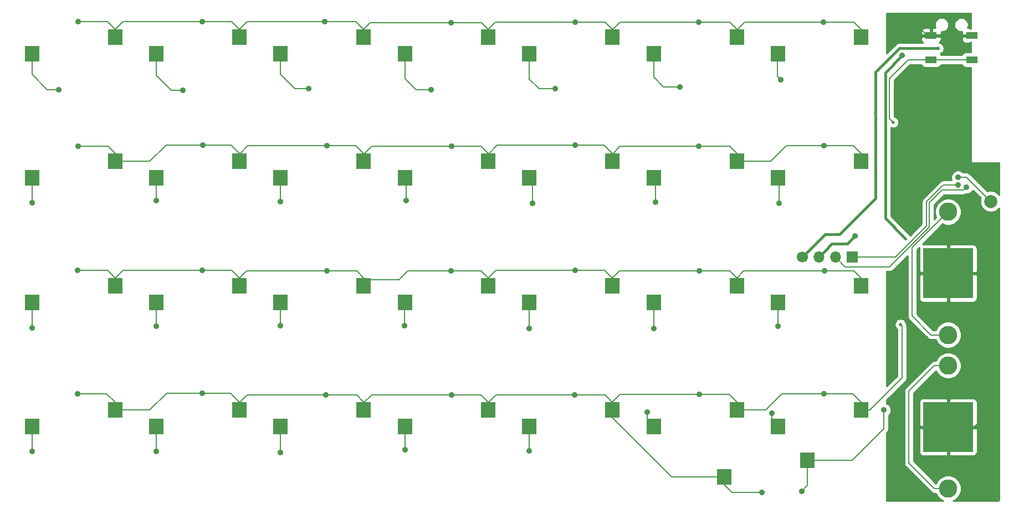
<source format=gbl>
G04 #@! TF.GenerationSoftware,KiCad,Pcbnew,(5.1.6)-1*
G04 #@! TF.CreationDate,2020-05-31T11:49:10+09:00*
G04 #@! TF.ProjectId,7x4x2-pcb,37783478-322d-4706-9362-2e6b69636164,rev?*
G04 #@! TF.SameCoordinates,PX2faf080PY2faf080*
G04 #@! TF.FileFunction,Copper,L2,Bot*
G04 #@! TF.FilePolarity,Positive*
%FSLAX46Y46*%
G04 Gerber Fmt 4.6, Leading zero omitted, Abs format (unit mm)*
G04 Created by KiCad (PCBNEW (5.1.6)-1) date 2020-05-31 11:49:10*
%MOMM*%
%LPD*%
G01*
G04 APERTURE LIST*
G04 #@! TA.AperFunction,SMDPad,CuDef*
%ADD10R,2.300000X2.400000*%
G04 #@! TD*
G04 #@! TA.AperFunction,SMDPad,CuDef*
%ADD11R,7.600000X7.600000*%
G04 #@! TD*
G04 #@! TA.AperFunction,ComponentPad*
%ADD12C,2.800000*%
G04 #@! TD*
G04 #@! TA.AperFunction,SMDPad,CuDef*
%ADD13R,1.800000X1.100000*%
G04 #@! TD*
G04 #@! TA.AperFunction,SMDPad,CuDef*
%ADD14C,2.000000*%
G04 #@! TD*
G04 #@! TA.AperFunction,ComponentPad*
%ADD15R,1.700000X1.700000*%
G04 #@! TD*
G04 #@! TA.AperFunction,ComponentPad*
%ADD16O,1.700000X1.700000*%
G04 #@! TD*
G04 #@! TA.AperFunction,ComponentPad*
%ADD17C,1.700000*%
G04 #@! TD*
G04 #@! TA.AperFunction,ViaPad*
%ADD18C,0.900000*%
G04 #@! TD*
G04 #@! TA.AperFunction,ViaPad*
%ADD19C,0.500000*%
G04 #@! TD*
G04 #@! TA.AperFunction,Conductor*
%ADD20C,0.200000*%
G04 #@! TD*
G04 #@! TA.AperFunction,Conductor*
%ADD21C,0.400000*%
G04 #@! TD*
G04 #@! TA.AperFunction,Conductor*
%ADD22C,0.254000*%
G04 #@! TD*
G04 APERTURE END LIST*
D10*
X110701001Y-97475521D03*
X123401001Y-94935521D03*
D11*
X144901001Y-66355521D03*
D12*
X144901001Y-75755521D03*
X144901001Y-56955521D03*
D11*
X144901001Y-89855521D03*
D12*
X144901001Y-99255521D03*
X144901001Y-80455521D03*
D10*
X131601001Y-87235521D03*
X118901001Y-89775521D03*
X112601001Y-87235521D03*
X99901001Y-89775521D03*
X93601001Y-87235521D03*
X80901001Y-89775521D03*
X74601001Y-87235521D03*
X61901001Y-89775521D03*
X55601001Y-87235521D03*
X42901001Y-89775521D03*
X36601001Y-87235521D03*
X23901001Y-89775521D03*
X17601001Y-87235521D03*
X4901001Y-89775521D03*
X131601001Y-68235521D03*
X118901001Y-70775521D03*
X112601001Y-68235521D03*
X99901001Y-70775521D03*
X93601001Y-68235521D03*
X80901001Y-70775521D03*
X74601001Y-68235521D03*
X61901001Y-70775521D03*
X55601001Y-68235521D03*
X42901001Y-70775521D03*
X36601001Y-68235521D03*
X23901001Y-70775521D03*
X17601001Y-68235521D03*
X4901001Y-70775521D03*
X131601001Y-49235521D03*
X118901001Y-51775521D03*
X112601001Y-49235521D03*
X99901001Y-51775521D03*
X93601001Y-49235521D03*
X80901001Y-51775521D03*
X74601001Y-49235521D03*
X61901001Y-51775521D03*
X55601001Y-49235521D03*
X42901001Y-51775521D03*
X36601001Y-49235521D03*
X23901001Y-51775521D03*
X17601001Y-49235521D03*
X4901001Y-51775521D03*
X131601001Y-30235521D03*
X118901001Y-32775521D03*
X112601001Y-30235521D03*
X99901001Y-32775521D03*
X93601001Y-30235521D03*
X80901001Y-32775521D03*
X74601001Y-30235521D03*
X61901001Y-32775521D03*
X55601001Y-30235521D03*
X42901001Y-32775521D03*
X36601001Y-30235521D03*
X23901001Y-32775521D03*
X17601001Y-30235521D03*
X4901001Y-32775521D03*
D13*
X142301001Y-33705521D03*
X148501001Y-33705521D03*
X142301001Y-30005521D03*
X148501001Y-30005521D03*
D14*
X151401001Y-55355521D03*
D15*
X130221001Y-63855521D03*
D16*
X127681001Y-63855521D03*
X125141001Y-63855521D03*
D17*
X122601001Y-63855521D03*
D18*
X139801001Y-28155521D03*
X138601001Y-38905620D03*
X147801001Y-37955521D03*
X130701001Y-60655521D03*
X138101001Y-49855521D03*
X139901001Y-59355521D03*
X151401001Y-82355521D03*
X151401001Y-71855521D03*
D19*
X133801001Y-41755521D03*
X143401001Y-31955511D03*
D18*
X147701001Y-53155521D03*
X146401001Y-52855521D03*
X137901001Y-33055521D03*
D19*
X138401001Y-61055521D03*
D18*
X146401001Y-51655521D03*
D19*
X136501001Y-43255521D03*
D18*
X9001001Y-38255521D03*
X28001001Y-38355521D03*
X47201001Y-38155521D03*
X65901001Y-38255521D03*
X84901001Y-38155521D03*
X4901001Y-55555521D03*
X23901001Y-55255521D03*
X42901001Y-55355521D03*
X62101001Y-55255521D03*
X81401001Y-55655521D03*
X100201001Y-55455521D03*
X103901001Y-37855521D03*
X119301001Y-36755521D03*
X119101001Y-55655521D03*
X4901001Y-74655521D03*
X23901001Y-74455521D03*
X42901001Y-74355521D03*
X61801001Y-74355521D03*
X80901001Y-74755521D03*
X99901001Y-74755521D03*
X118901001Y-74455521D03*
X4901001Y-93555521D03*
X23901001Y-93555521D03*
X42901001Y-93755521D03*
X61901001Y-93355521D03*
X80901001Y-93455521D03*
X98901001Y-87555521D03*
X122501001Y-99655521D03*
X135101001Y-87255521D03*
X118001001Y-87755521D03*
X12001001Y-27855521D03*
X30901001Y-27855521D03*
X49601001Y-27855521D03*
X68901001Y-28055521D03*
X87901001Y-27955521D03*
X106801001Y-27955521D03*
X125801001Y-27955521D03*
X12001001Y-46955521D03*
X31001001Y-46755521D03*
X50001001Y-46855521D03*
X69001001Y-46955521D03*
X87901001Y-46755521D03*
X106801001Y-46955521D03*
X125901001Y-46855521D03*
X126001001Y-65955521D03*
X106901001Y-65955521D03*
X87901001Y-65855521D03*
X68901001Y-65955521D03*
X50001001Y-65955521D03*
X30901001Y-65855521D03*
X11901001Y-65855521D03*
X11901001Y-84755521D03*
X30901001Y-84655521D03*
X125901001Y-84755521D03*
X106901001Y-84855521D03*
X87801001Y-84955521D03*
X69001001Y-84955521D03*
X49801001Y-84955521D03*
X116401001Y-99855521D03*
D19*
X137600991Y-74155521D03*
D20*
X141651001Y-30005521D02*
X142301001Y-30005521D01*
X139801001Y-28155521D02*
X141651001Y-30005521D01*
D21*
X137701001Y-49455521D02*
X138101001Y-49855521D01*
X138601001Y-38905620D02*
X137701001Y-39805620D01*
X137701001Y-39805620D02*
X137701001Y-49455521D01*
X127141001Y-61855521D02*
X125991000Y-63005522D01*
X125991000Y-63005522D02*
X125141001Y-63855521D01*
X130701001Y-60655521D02*
X129501001Y-61855521D01*
X129501001Y-61855521D02*
X127141001Y-61855521D01*
X138101001Y-49855521D02*
X138101001Y-57555521D01*
X138101001Y-57555521D02*
X139901001Y-59355521D01*
D20*
X148901001Y-89855521D02*
X144901001Y-89855521D01*
X151401001Y-87355521D02*
X148901001Y-89855521D01*
X151401001Y-82355521D02*
X151401001Y-87355521D01*
X146401001Y-71855521D02*
X151401001Y-71855521D01*
X144901001Y-66355521D02*
X144901001Y-70355521D01*
X144901001Y-70355521D02*
X146401001Y-71855521D01*
D21*
X147301001Y-37355521D02*
X147901001Y-37955521D01*
X138601001Y-38905620D02*
X140151100Y-37355521D01*
X140151100Y-37355521D02*
X147301001Y-37355521D01*
X133801001Y-41755521D02*
X133801001Y-35597517D01*
X143047448Y-31955511D02*
X143401001Y-31955511D01*
X133801001Y-35597517D02*
X137443007Y-31955511D01*
X137443007Y-31955511D02*
X143047448Y-31955511D01*
X133801001Y-42109074D02*
X133801001Y-41755521D01*
X133801001Y-54855521D02*
X133801001Y-42109074D01*
X128301001Y-60355521D02*
X133801001Y-54855521D01*
X122601001Y-63855521D02*
X126101001Y-60355521D01*
X126101001Y-60355521D02*
X128301001Y-60355521D01*
D20*
X147251002Y-53605520D02*
X147701001Y-53155521D01*
X129181001Y-65355521D02*
X135935301Y-65355521D01*
X147250999Y-53605523D02*
X147251002Y-53605520D01*
X142001002Y-59289820D02*
X142001002Y-55555520D01*
X143950999Y-53605523D02*
X147250999Y-53605523D01*
X142001002Y-55555520D02*
X143950999Y-53605523D01*
X127681001Y-63855521D02*
X129181001Y-65355521D01*
X135935301Y-65355521D02*
X142001002Y-59289820D01*
X141600991Y-59124131D02*
X141600991Y-55389831D01*
X136869601Y-63855521D02*
X141600991Y-59124131D01*
X130221001Y-63855521D02*
X136869601Y-63855521D01*
X144135301Y-52855521D02*
X145764605Y-52855521D01*
X141600991Y-55389831D02*
X144135301Y-52855521D01*
X145764605Y-52855521D02*
X146401001Y-52855521D01*
D21*
X137901001Y-33055521D02*
X135300991Y-35655531D01*
X135300991Y-35655531D02*
X135300991Y-57955511D01*
X135300991Y-57955511D02*
X138151002Y-60805522D01*
X138151002Y-60805522D02*
X138401001Y-61055521D01*
D20*
X144401001Y-99255521D02*
X144901001Y-99755521D01*
X142801001Y-99255521D02*
X144401001Y-99255521D01*
X144401001Y-80455521D02*
X142801001Y-80455521D01*
X138901001Y-95355521D02*
X142801001Y-99255521D01*
X144901001Y-79955521D02*
X144401001Y-80455521D01*
X142801001Y-80455521D02*
X138901001Y-84355521D01*
X138901001Y-84355521D02*
X138901001Y-95355521D01*
X144401001Y-75755521D02*
X144901001Y-76255521D01*
X139401001Y-72855521D02*
X142301001Y-75755521D01*
X144901001Y-56955521D02*
X139401001Y-62455521D01*
X144901001Y-56455521D02*
X144901001Y-56955521D01*
X142301001Y-75755521D02*
X144401001Y-75755521D01*
X139401001Y-62455521D02*
X139401001Y-72855521D01*
X147701001Y-51655521D02*
X151401001Y-55355521D01*
X146401001Y-51655521D02*
X147701001Y-51655521D01*
X148501001Y-33705521D02*
X142301001Y-33705521D01*
X135901001Y-42655521D02*
X136501001Y-43255521D01*
X135901001Y-36555521D02*
X135901001Y-42655521D01*
X142301001Y-33705521D02*
X138751001Y-33705521D01*
X138751001Y-33705521D02*
X135901001Y-36555521D01*
X4901001Y-35955521D02*
X4901001Y-33975521D01*
X9001001Y-38255521D02*
X7201001Y-38255521D01*
X4901001Y-33975521D02*
X4901001Y-32775521D01*
X7201001Y-38255521D02*
X4901001Y-35955521D01*
X23901001Y-36055521D02*
X23901001Y-33975521D01*
X28001001Y-38355521D02*
X26201001Y-38355521D01*
X23901001Y-33975521D02*
X23901001Y-32775521D01*
X26201001Y-38355521D02*
X23901001Y-36055521D01*
X42901001Y-33975521D02*
X42901001Y-32775521D01*
X42901001Y-35955521D02*
X42901001Y-33975521D01*
X47201001Y-38155521D02*
X45101001Y-38155521D01*
X45101001Y-38155521D02*
X42901001Y-35955521D01*
X65901001Y-38255521D02*
X63601001Y-38255521D01*
X61901001Y-36555521D02*
X61901001Y-32775521D01*
X63601001Y-38255521D02*
X61901001Y-36555521D01*
X84901001Y-38155521D02*
X82401001Y-38155521D01*
X80901001Y-36655521D02*
X80901001Y-32775521D01*
X82401001Y-38155521D02*
X80901001Y-36655521D01*
X4901001Y-54919125D02*
X4901001Y-51775521D01*
X4901001Y-55555521D02*
X4901001Y-54919125D01*
X23901001Y-54619125D02*
X23901001Y-51775521D01*
X23901001Y-55255521D02*
X23901001Y-54619125D01*
X42901001Y-54719125D02*
X42901001Y-51775521D01*
X42901001Y-55355521D02*
X42901001Y-54719125D01*
X62101001Y-51975521D02*
X61901001Y-51775521D01*
X62101001Y-55255521D02*
X62101001Y-51975521D01*
X81401001Y-52275521D02*
X80901001Y-51775521D01*
X81401001Y-55655521D02*
X81401001Y-52275521D01*
X100201001Y-52075521D02*
X99901001Y-51775521D01*
X100201001Y-55455521D02*
X100201001Y-52075521D01*
X99901001Y-32775521D02*
X99901001Y-36355521D01*
X101401001Y-37855521D02*
X103264605Y-37855521D01*
X103264605Y-37855521D02*
X103901001Y-37855521D01*
X99901001Y-36355521D02*
X101401001Y-37855521D01*
X118801001Y-32875521D02*
X118901001Y-32775521D01*
X119301001Y-36755521D02*
X118801001Y-36255521D01*
X118801001Y-36255521D02*
X118801001Y-32875521D01*
X119101001Y-51975521D02*
X118901001Y-51775521D01*
X119101001Y-55655521D02*
X119101001Y-51975521D01*
X4901001Y-74019125D02*
X4901001Y-70775521D01*
X4901001Y-74655521D02*
X4901001Y-74019125D01*
X23901001Y-74455521D02*
X23901001Y-70775521D01*
X42901001Y-73719125D02*
X42901001Y-70775521D01*
X42901001Y-74355521D02*
X42901001Y-73719125D01*
X61801001Y-70875521D02*
X61901001Y-70775521D01*
X61801001Y-74355521D02*
X61801001Y-70875521D01*
X80901001Y-74755521D02*
X80901001Y-70775521D01*
X99901001Y-74119125D02*
X99901001Y-70775521D01*
X99901001Y-74755521D02*
X99901001Y-74119125D01*
X118901001Y-74455521D02*
X118901001Y-70775521D01*
X4901001Y-93555521D02*
X4901001Y-89775521D01*
X23901001Y-93555521D02*
X23901001Y-89775521D01*
X42901001Y-93755521D02*
X42901001Y-89775521D01*
X61901001Y-92719125D02*
X61901001Y-89775521D01*
X61901001Y-93355521D02*
X61901001Y-92719125D01*
X80901001Y-93455521D02*
X80901001Y-89775521D01*
X98901001Y-88775521D02*
X99901001Y-89775521D01*
X98901001Y-87555521D02*
X98901001Y-88775521D01*
X123401001Y-98755521D02*
X123401001Y-94935521D01*
X122501001Y-99655521D02*
X123401001Y-98755521D01*
X135101001Y-90085523D02*
X135101001Y-87255521D01*
X123401001Y-94935521D02*
X130251003Y-94935521D01*
X130251003Y-94935521D02*
X135101001Y-90085523D01*
X118001001Y-88875521D02*
X118901001Y-89775521D01*
X118001001Y-87755521D02*
X118001001Y-88875521D01*
X16421001Y-27855521D02*
X12001001Y-27855521D01*
X17601001Y-29035521D02*
X16421001Y-27855521D01*
X35421001Y-27855521D02*
X30901001Y-27855521D01*
X36601001Y-29035521D02*
X35421001Y-27855521D01*
X54421001Y-27855521D02*
X49601001Y-27855521D01*
X55601001Y-29035521D02*
X54421001Y-27855521D01*
X73621001Y-28055521D02*
X68901001Y-28055521D01*
X74601001Y-29035521D02*
X73621001Y-28055521D01*
X92521001Y-27955521D02*
X87901001Y-27955521D01*
X93601001Y-30235521D02*
X93601001Y-29035521D01*
X93601001Y-29035521D02*
X92521001Y-27955521D01*
X111521001Y-27955521D02*
X106801001Y-27955521D01*
X112601001Y-30235521D02*
X112601001Y-29035521D01*
X112601001Y-29035521D02*
X111521001Y-27955521D01*
X130521001Y-27955521D02*
X125801001Y-27955521D01*
X131601001Y-30235521D02*
X131601001Y-29035521D01*
X131601001Y-29035521D02*
X130521001Y-27955521D01*
X17601001Y-48035521D02*
X17601001Y-49235521D01*
X16521001Y-46955521D02*
X17601001Y-48035521D01*
X12001001Y-46955521D02*
X16521001Y-46955521D01*
X36601001Y-48035521D02*
X36601001Y-49235521D01*
X35321001Y-46755521D02*
X36601001Y-48035521D01*
X31001001Y-46755521D02*
X35321001Y-46755521D01*
X55601001Y-48035521D02*
X55601001Y-49235521D01*
X54421001Y-46855521D02*
X55601001Y-48035521D01*
X50001001Y-46855521D02*
X54421001Y-46855521D01*
X73521001Y-46955521D02*
X69001001Y-46955521D01*
X74601001Y-49235521D02*
X74601001Y-48035521D01*
X74601001Y-48035521D02*
X73521001Y-46955521D01*
X92321001Y-46755521D02*
X87901001Y-46755521D01*
X93601001Y-49235521D02*
X93601001Y-48035521D01*
X93601001Y-48035521D02*
X92321001Y-46755521D01*
X111521001Y-46955521D02*
X106801001Y-46955521D01*
X112601001Y-49235521D02*
X112601001Y-48035521D01*
X112601001Y-48035521D02*
X111521001Y-46955521D01*
X130421001Y-46855521D02*
X125901001Y-46855521D01*
X131601001Y-49235521D02*
X131601001Y-48035521D01*
X131601001Y-48035521D02*
X130421001Y-46855521D01*
X17601001Y-49235521D02*
X22921001Y-49235521D01*
X25401001Y-46755521D02*
X31001001Y-46755521D01*
X22921001Y-49235521D02*
X25401001Y-46755521D01*
X112601001Y-49235521D02*
X117821001Y-49235521D01*
X120201001Y-46855521D02*
X125901001Y-46855521D01*
X117821001Y-49235521D02*
X120201001Y-46855521D01*
X130521001Y-65955521D02*
X126001001Y-65955521D01*
X131601001Y-68235521D02*
X131601001Y-67035521D01*
X131601001Y-67035521D02*
X130521001Y-65955521D01*
X112601001Y-67035521D02*
X112601001Y-68235521D01*
X113681001Y-65955521D02*
X112601001Y-67035521D01*
X126001001Y-65955521D02*
X113681001Y-65955521D01*
X112601001Y-67035521D02*
X111521001Y-65955521D01*
X111521001Y-65955521D02*
X106901001Y-65955521D01*
X93601001Y-67035521D02*
X93601001Y-68235521D01*
X94681001Y-65955521D02*
X93601001Y-67035521D01*
X106901001Y-65955521D02*
X94681001Y-65955521D01*
X93601001Y-67035521D02*
X92421001Y-65855521D01*
X92421001Y-65855521D02*
X87901001Y-65855521D01*
X74601001Y-67035521D02*
X74601001Y-68235521D01*
X75781001Y-65855521D02*
X74601001Y-67035521D01*
X87901001Y-65855521D02*
X75781001Y-65855521D01*
X74601001Y-67035521D02*
X73521001Y-65955521D01*
X73521001Y-65955521D02*
X68901001Y-65955521D01*
X54521001Y-65955521D02*
X50001001Y-65955521D01*
X55601001Y-68235521D02*
X55601001Y-67035521D01*
X55601001Y-67035521D02*
X54521001Y-65955521D01*
X36601001Y-67035521D02*
X36601001Y-68235521D01*
X37681001Y-65955521D02*
X36601001Y-67035521D01*
X50001001Y-65955521D02*
X37681001Y-65955521D01*
X36601001Y-67035521D02*
X35421001Y-65855521D01*
X35421001Y-65855521D02*
X30901001Y-65855521D01*
X18781001Y-65855521D02*
X17601001Y-67035521D01*
X17601001Y-67035521D02*
X17601001Y-68235521D01*
X30901001Y-65855521D02*
X18781001Y-65855521D01*
X17601001Y-67035521D02*
X16421001Y-65855521D01*
X16421001Y-65855521D02*
X11901001Y-65855521D01*
X17601001Y-86035521D02*
X17601001Y-87235521D01*
X16321001Y-84755521D02*
X17601001Y-86035521D01*
X11901001Y-84755521D02*
X16321001Y-84755521D01*
X17601001Y-87235521D02*
X22921001Y-87235521D01*
X22921001Y-87235521D02*
X25501001Y-84655521D01*
X25501001Y-84655521D02*
X30901001Y-84655521D01*
X35221001Y-84655521D02*
X31537397Y-84655521D01*
X31537397Y-84655521D02*
X30901001Y-84655521D01*
X36601001Y-86035521D02*
X35221001Y-84655521D01*
X36601001Y-87235521D02*
X36601001Y-86035521D01*
X130321001Y-84755521D02*
X125901001Y-84755521D01*
X131601001Y-87235521D02*
X131601001Y-86035521D01*
X131601001Y-86035521D02*
X130321001Y-84755521D01*
X111421001Y-84855521D02*
X106901001Y-84855521D01*
X112601001Y-87235521D02*
X112601001Y-86035521D01*
X112601001Y-86035521D02*
X111421001Y-84855521D01*
X92521001Y-84955521D02*
X87801001Y-84955521D01*
X93601001Y-86035521D02*
X92521001Y-84955521D01*
X73521001Y-84955521D02*
X69001001Y-84955521D01*
X74601001Y-87235521D02*
X74601001Y-86035521D01*
X74601001Y-86035521D02*
X73521001Y-84955521D01*
X54521001Y-84955521D02*
X49801001Y-84955521D01*
X55601001Y-87235521D02*
X55601001Y-86035521D01*
X55601001Y-86035521D02*
X54521001Y-84955521D01*
X94781001Y-84855521D02*
X106264605Y-84855521D01*
X106264605Y-84855521D02*
X106901001Y-84855521D01*
X93601001Y-86035521D02*
X94781001Y-84855521D01*
X93601001Y-87235521D02*
X93601001Y-86035521D01*
X112601001Y-87235521D02*
X117021001Y-87235521D01*
X119501001Y-84755521D02*
X125901001Y-84755521D01*
X117021001Y-87235521D02*
X119501001Y-84755521D01*
X111881001Y-99855521D02*
X116401001Y-99855521D01*
X110701001Y-97475521D02*
X110701001Y-98675521D01*
X110701001Y-98675521D02*
X111881001Y-99855521D01*
X102641001Y-97475521D02*
X109351001Y-97475521D01*
X109351001Y-97475521D02*
X110701001Y-97475521D01*
X93601001Y-88435521D02*
X102641001Y-97475521D01*
X93601001Y-87235521D02*
X93601001Y-88435521D01*
X137850990Y-74405520D02*
X137600991Y-74155521D01*
X131601001Y-87235521D02*
X132951001Y-87235521D01*
X132951001Y-87235521D02*
X137850990Y-82335532D01*
X137850990Y-82335532D02*
X137850990Y-74405520D01*
X74601001Y-29035521D02*
X74601001Y-30235521D01*
X75681001Y-27955521D02*
X74601001Y-29035521D01*
X87901001Y-27955521D02*
X75681001Y-27955521D01*
X55601001Y-29035521D02*
X55601001Y-30235521D01*
X56581001Y-28055521D02*
X55601001Y-29035521D01*
X68901001Y-28055521D02*
X56581001Y-28055521D01*
X36601001Y-29035521D02*
X36601001Y-30235521D01*
X37781001Y-27855521D02*
X36601001Y-29035521D01*
X49601001Y-27855521D02*
X37781001Y-27855521D01*
X17601001Y-29035521D02*
X17601001Y-30235521D01*
X18781001Y-27855521D02*
X17601001Y-29035521D01*
X30901001Y-27855521D02*
X18781001Y-27855521D01*
X125164605Y-27955521D02*
X125801001Y-27955521D01*
X113801001Y-27955521D02*
X125164605Y-27955521D01*
X112601001Y-30235521D02*
X112601001Y-29155521D01*
X112601001Y-29155521D02*
X113801001Y-27955521D01*
X106164605Y-27955521D02*
X106801001Y-27955521D01*
X94801001Y-27955521D02*
X106164605Y-27955521D01*
X93601001Y-30235521D02*
X93601001Y-29155521D01*
X93601001Y-29155521D02*
X94801001Y-27955521D01*
X55601001Y-49235521D02*
X55601001Y-48155521D01*
X56801001Y-46955521D02*
X69001001Y-46955521D01*
X55601001Y-48155521D02*
X56801001Y-46955521D01*
X76001001Y-46755521D02*
X87901001Y-46755521D01*
X74601001Y-49235521D02*
X74601001Y-48155521D01*
X74601001Y-48155521D02*
X76001001Y-46755521D01*
X37901001Y-46855521D02*
X50001001Y-46855521D01*
X36601001Y-49235521D02*
X36601001Y-48155521D01*
X36601001Y-48155521D02*
X37901001Y-46855521D01*
X37766001Y-84955521D02*
X49164605Y-84955521D01*
X49164605Y-84955521D02*
X49801001Y-84955521D01*
X36601001Y-87235521D02*
X36601001Y-86120521D01*
X36601001Y-86120521D02*
X37766001Y-84955521D01*
X68364605Y-84955521D02*
X69001001Y-84955521D01*
X55601001Y-87235521D02*
X55601001Y-86155521D01*
X56801001Y-84955521D02*
X68364605Y-84955521D01*
X55601001Y-86155521D02*
X56801001Y-84955521D01*
X87164605Y-84955521D02*
X87801001Y-84955521D01*
X75801001Y-84955521D02*
X87164605Y-84955521D01*
X74601001Y-87235521D02*
X74601001Y-86155521D01*
X74601001Y-86155521D02*
X75801001Y-84955521D01*
X94801001Y-46955521D02*
X106801001Y-46955521D01*
X93601001Y-49235521D02*
X93601001Y-48155521D01*
X93601001Y-48155521D02*
X94801001Y-46955521D01*
X60964002Y-67355521D02*
X55801001Y-67355521D01*
X55801001Y-67355521D02*
X55601001Y-67155521D01*
X68901001Y-65955521D02*
X62364002Y-65955521D01*
X55601001Y-67155521D02*
X55601001Y-68235521D01*
X62364002Y-65955521D02*
X60964002Y-67355521D01*
D22*
G36*
X149845179Y-54839146D02*
G01*
X149828833Y-54878609D01*
X149766001Y-55194488D01*
X149766001Y-55516554D01*
X149828833Y-55832433D01*
X149952083Y-56129984D01*
X150131014Y-56397773D01*
X150358749Y-56625508D01*
X150626538Y-56804439D01*
X150924089Y-56927689D01*
X151239968Y-56990521D01*
X151562034Y-56990521D01*
X151877913Y-56927689D01*
X152175464Y-56804439D01*
X152443253Y-56625508D01*
X152670988Y-56397773D01*
X152691002Y-56367821D01*
X152691001Y-100820800D01*
X152682139Y-100911185D01*
X152665971Y-100964735D01*
X152639713Y-101014118D01*
X152604358Y-101057468D01*
X152561262Y-101093120D01*
X152512064Y-101119722D01*
X152458626Y-101136263D01*
X152370546Y-101145521D01*
X145655848Y-101145521D01*
X145864935Y-101058914D01*
X146198238Y-100836208D01*
X146481688Y-100552758D01*
X146704394Y-100219455D01*
X146857797Y-99849108D01*
X146936001Y-99455951D01*
X146936001Y-99055091D01*
X146857797Y-98661934D01*
X146704394Y-98291587D01*
X146481688Y-97958284D01*
X146198238Y-97674834D01*
X145864935Y-97452128D01*
X145494588Y-97298725D01*
X145101431Y-97220521D01*
X144700571Y-97220521D01*
X144307414Y-97298725D01*
X143937067Y-97452128D01*
X143603764Y-97674834D01*
X143320314Y-97958284D01*
X143097608Y-98291587D01*
X143032851Y-98447924D01*
X139636001Y-95051075D01*
X139636001Y-93655521D01*
X140462929Y-93655521D01*
X140475189Y-93780003D01*
X140511499Y-93899701D01*
X140570464Y-94010015D01*
X140649816Y-94106706D01*
X140746507Y-94186058D01*
X140856821Y-94245023D01*
X140976519Y-94281333D01*
X141101001Y-94293593D01*
X144615251Y-94290521D01*
X144774001Y-94131771D01*
X144774001Y-89982521D01*
X145028001Y-89982521D01*
X145028001Y-94131771D01*
X145186751Y-94290521D01*
X148701001Y-94293593D01*
X148825483Y-94281333D01*
X148945181Y-94245023D01*
X149055495Y-94186058D01*
X149152186Y-94106706D01*
X149231538Y-94010015D01*
X149290503Y-93899701D01*
X149326813Y-93780003D01*
X149339073Y-93655521D01*
X149336001Y-90141271D01*
X149177251Y-89982521D01*
X145028001Y-89982521D01*
X144774001Y-89982521D01*
X140624751Y-89982521D01*
X140466001Y-90141271D01*
X140462929Y-93655521D01*
X139636001Y-93655521D01*
X139636001Y-86055521D01*
X140462929Y-86055521D01*
X140466001Y-89569771D01*
X140624751Y-89728521D01*
X144774001Y-89728521D01*
X144774001Y-85579271D01*
X145028001Y-85579271D01*
X145028001Y-89728521D01*
X149177251Y-89728521D01*
X149336001Y-89569771D01*
X149339073Y-86055521D01*
X149326813Y-85931039D01*
X149290503Y-85811341D01*
X149231538Y-85701027D01*
X149152186Y-85604336D01*
X149055495Y-85524984D01*
X148945181Y-85466019D01*
X148825483Y-85429709D01*
X148701001Y-85417449D01*
X145186751Y-85420521D01*
X145028001Y-85579271D01*
X144774001Y-85579271D01*
X144615251Y-85420521D01*
X141101001Y-85417449D01*
X140976519Y-85429709D01*
X140856821Y-85466019D01*
X140746507Y-85524984D01*
X140649816Y-85604336D01*
X140570464Y-85701027D01*
X140511499Y-85811341D01*
X140475189Y-85931039D01*
X140462929Y-86055521D01*
X139636001Y-86055521D01*
X139636001Y-84659967D01*
X143032851Y-81263118D01*
X143097608Y-81419455D01*
X143320314Y-81752758D01*
X143603764Y-82036208D01*
X143937067Y-82258914D01*
X144307414Y-82412317D01*
X144700571Y-82490521D01*
X145101431Y-82490521D01*
X145494588Y-82412317D01*
X145864935Y-82258914D01*
X146198238Y-82036208D01*
X146481688Y-81752758D01*
X146704394Y-81419455D01*
X146857797Y-81049108D01*
X146936001Y-80655951D01*
X146936001Y-80255091D01*
X146857797Y-79861934D01*
X146704394Y-79491587D01*
X146481688Y-79158284D01*
X146198238Y-78874834D01*
X145864935Y-78652128D01*
X145494588Y-78498725D01*
X145101431Y-78420521D01*
X144700571Y-78420521D01*
X144307414Y-78498725D01*
X143937067Y-78652128D01*
X143603764Y-78874834D01*
X143320314Y-79158284D01*
X143097608Y-79491587D01*
X143002780Y-79720521D01*
X142837106Y-79720521D01*
X142801001Y-79716965D01*
X142764896Y-79720521D01*
X142656916Y-79731156D01*
X142518368Y-79773184D01*
X142390681Y-79841434D01*
X142278763Y-79933283D01*
X142255747Y-79961328D01*
X138406809Y-83810267D01*
X138378763Y-83833284D01*
X138286914Y-83945202D01*
X138218664Y-84072889D01*
X138189385Y-84169408D01*
X138176636Y-84211436D01*
X138162445Y-84355521D01*
X138166001Y-84391626D01*
X138166002Y-95319406D01*
X138162445Y-95355521D01*
X138176636Y-95499606D01*
X138212508Y-95617857D01*
X138218665Y-95638154D01*
X138286915Y-95765841D01*
X138378764Y-95877759D01*
X138406809Y-95900775D01*
X142255747Y-99749714D01*
X142278763Y-99777759D01*
X142390681Y-99869608D01*
X142518368Y-99937858D01*
X142656916Y-99979886D01*
X142801001Y-99994077D01*
X142837106Y-99990521D01*
X143002780Y-99990521D01*
X143097608Y-100219455D01*
X143320314Y-100552758D01*
X143603764Y-100836208D01*
X143937067Y-101058914D01*
X144146154Y-101145521D01*
X135528001Y-101145521D01*
X135528001Y-90697969D01*
X135595198Y-90630772D01*
X135623238Y-90607761D01*
X135646251Y-90579720D01*
X135646254Y-90579717D01*
X135671118Y-90549420D01*
X135715088Y-90495843D01*
X135783338Y-90368156D01*
X135825366Y-90229608D01*
X135836001Y-90121628D01*
X135836001Y-90121627D01*
X135839557Y-90085523D01*
X135836001Y-90049418D01*
X135836001Y-88054943D01*
X135943776Y-87947168D01*
X136062516Y-87769461D01*
X136144305Y-87572004D01*
X136186001Y-87362384D01*
X136186001Y-87148658D01*
X136144305Y-86939038D01*
X136062516Y-86741581D01*
X135943776Y-86563874D01*
X135792648Y-86412746D01*
X135614941Y-86294006D01*
X135528001Y-86257994D01*
X135528001Y-85697967D01*
X138345187Y-82880781D01*
X138373227Y-82857770D01*
X138396240Y-82829729D01*
X138396243Y-82829726D01*
X138421107Y-82799429D01*
X138465077Y-82745852D01*
X138533327Y-82618165D01*
X138575355Y-82479617D01*
X138585990Y-82371637D01*
X138585990Y-82371636D01*
X138589546Y-82335532D01*
X138585990Y-82299427D01*
X138585990Y-74441625D01*
X138589546Y-74405520D01*
X138575355Y-74261434D01*
X138565573Y-74229188D01*
X138533327Y-74122887D01*
X138475210Y-74014158D01*
X138451981Y-73897376D01*
X138385268Y-73736316D01*
X138288415Y-73591366D01*
X138165146Y-73468097D01*
X138020196Y-73371244D01*
X137859136Y-73304531D01*
X137688156Y-73270521D01*
X137513826Y-73270521D01*
X137342846Y-73304531D01*
X137181786Y-73371244D01*
X137036836Y-73468097D01*
X136913567Y-73591366D01*
X136816714Y-73736316D01*
X136750001Y-73897376D01*
X136715991Y-74068356D01*
X136715991Y-74242686D01*
X136750001Y-74413666D01*
X136816714Y-74574726D01*
X136913567Y-74719676D01*
X137036836Y-74842945D01*
X137115991Y-74895835D01*
X137115990Y-82031085D01*
X135528001Y-83619074D01*
X135528001Y-66090521D01*
X135899196Y-66090521D01*
X135935301Y-66094077D01*
X135971406Y-66090521D01*
X136079386Y-66079886D01*
X136217934Y-66037858D01*
X136345621Y-65969608D01*
X136457539Y-65877759D01*
X136480560Y-65849708D01*
X138666001Y-63664267D01*
X138666002Y-72819406D01*
X138662445Y-72855521D01*
X138676636Y-72999606D01*
X138718665Y-73138154D01*
X138786915Y-73265841D01*
X138878764Y-73377759D01*
X138906809Y-73400775D01*
X141755747Y-76249714D01*
X141778763Y-76277759D01*
X141890681Y-76369608D01*
X142018368Y-76437858D01*
X142156916Y-76479886D01*
X142264896Y-76490521D01*
X142264905Y-76490521D01*
X142301000Y-76494076D01*
X142337095Y-76490521D01*
X143002780Y-76490521D01*
X143097608Y-76719455D01*
X143320314Y-77052758D01*
X143603764Y-77336208D01*
X143937067Y-77558914D01*
X144307414Y-77712317D01*
X144700571Y-77790521D01*
X145101431Y-77790521D01*
X145494588Y-77712317D01*
X145864935Y-77558914D01*
X146198238Y-77336208D01*
X146481688Y-77052758D01*
X146704394Y-76719455D01*
X146857797Y-76349108D01*
X146936001Y-75955951D01*
X146936001Y-75555091D01*
X146857797Y-75161934D01*
X146704394Y-74791587D01*
X146481688Y-74458284D01*
X146198238Y-74174834D01*
X145864935Y-73952128D01*
X145494588Y-73798725D01*
X145101431Y-73720521D01*
X144700571Y-73720521D01*
X144307414Y-73798725D01*
X143937067Y-73952128D01*
X143603764Y-74174834D01*
X143320314Y-74458284D01*
X143097608Y-74791587D01*
X143002780Y-75020521D01*
X142605448Y-75020521D01*
X140136001Y-72551075D01*
X140136001Y-70155521D01*
X140462929Y-70155521D01*
X140475189Y-70280003D01*
X140511499Y-70399701D01*
X140570464Y-70510015D01*
X140649816Y-70606706D01*
X140746507Y-70686058D01*
X140856821Y-70745023D01*
X140976519Y-70781333D01*
X141101001Y-70793593D01*
X144615251Y-70790521D01*
X144774001Y-70631771D01*
X144774001Y-66482521D01*
X145028001Y-66482521D01*
X145028001Y-70631771D01*
X145186751Y-70790521D01*
X148701001Y-70793593D01*
X148825483Y-70781333D01*
X148945181Y-70745023D01*
X149055495Y-70686058D01*
X149152186Y-70606706D01*
X149231538Y-70510015D01*
X149290503Y-70399701D01*
X149326813Y-70280003D01*
X149339073Y-70155521D01*
X149336001Y-66641271D01*
X149177251Y-66482521D01*
X145028001Y-66482521D01*
X144774001Y-66482521D01*
X140624751Y-66482521D01*
X140466001Y-66641271D01*
X140462929Y-70155521D01*
X140136001Y-70155521D01*
X140136001Y-62759967D01*
X140479657Y-62416312D01*
X140475189Y-62431039D01*
X140462929Y-62555521D01*
X140466001Y-66069771D01*
X140624751Y-66228521D01*
X144774001Y-66228521D01*
X144774001Y-62079271D01*
X145028001Y-62079271D01*
X145028001Y-66228521D01*
X149177251Y-66228521D01*
X149336001Y-66069771D01*
X149339073Y-62555521D01*
X149326813Y-62431039D01*
X149290503Y-62311341D01*
X149231538Y-62201027D01*
X149152186Y-62104336D01*
X149055495Y-62024984D01*
X148945181Y-61966019D01*
X148825483Y-61929709D01*
X148701001Y-61917449D01*
X145186751Y-61920521D01*
X145028001Y-62079271D01*
X144774001Y-62079271D01*
X144615251Y-61920521D01*
X141101001Y-61917449D01*
X140976519Y-61929709D01*
X140961792Y-61934176D01*
X144078480Y-58817489D01*
X144307414Y-58912317D01*
X144700571Y-58990521D01*
X145101431Y-58990521D01*
X145494588Y-58912317D01*
X145864935Y-58758914D01*
X146198238Y-58536208D01*
X146481688Y-58252758D01*
X146704394Y-57919455D01*
X146857797Y-57549108D01*
X146936001Y-57155951D01*
X146936001Y-56755091D01*
X146857797Y-56361934D01*
X146704394Y-55991587D01*
X146481688Y-55658284D01*
X146198238Y-55374834D01*
X145864935Y-55152128D01*
X145494588Y-54998725D01*
X145101431Y-54920521D01*
X144700571Y-54920521D01*
X144307414Y-54998725D01*
X143937067Y-55152128D01*
X143603764Y-55374834D01*
X143320314Y-55658284D01*
X143097608Y-55991587D01*
X142944205Y-56361934D01*
X142866001Y-56755091D01*
X142866001Y-57155951D01*
X142944205Y-57549108D01*
X143039033Y-57778042D01*
X142736002Y-58081073D01*
X142736002Y-55859966D01*
X144255446Y-54340523D01*
X147214894Y-54340523D01*
X147250999Y-54344079D01*
X147287104Y-54340523D01*
X147395084Y-54329888D01*
X147533632Y-54287860D01*
X147622197Y-54240521D01*
X147807864Y-54240521D01*
X148017484Y-54198825D01*
X148214941Y-54117036D01*
X148392648Y-53998296D01*
X148543776Y-53847168D01*
X148662516Y-53669461D01*
X148666317Y-53660284D01*
X149845179Y-54839146D01*
G37*
X149845179Y-54839146D02*
X149828833Y-54878609D01*
X149766001Y-55194488D01*
X149766001Y-55516554D01*
X149828833Y-55832433D01*
X149952083Y-56129984D01*
X150131014Y-56397773D01*
X150358749Y-56625508D01*
X150626538Y-56804439D01*
X150924089Y-56927689D01*
X151239968Y-56990521D01*
X151562034Y-56990521D01*
X151877913Y-56927689D01*
X152175464Y-56804439D01*
X152443253Y-56625508D01*
X152670988Y-56397773D01*
X152691002Y-56367821D01*
X152691001Y-100820800D01*
X152682139Y-100911185D01*
X152665971Y-100964735D01*
X152639713Y-101014118D01*
X152604358Y-101057468D01*
X152561262Y-101093120D01*
X152512064Y-101119722D01*
X152458626Y-101136263D01*
X152370546Y-101145521D01*
X145655848Y-101145521D01*
X145864935Y-101058914D01*
X146198238Y-100836208D01*
X146481688Y-100552758D01*
X146704394Y-100219455D01*
X146857797Y-99849108D01*
X146936001Y-99455951D01*
X146936001Y-99055091D01*
X146857797Y-98661934D01*
X146704394Y-98291587D01*
X146481688Y-97958284D01*
X146198238Y-97674834D01*
X145864935Y-97452128D01*
X145494588Y-97298725D01*
X145101431Y-97220521D01*
X144700571Y-97220521D01*
X144307414Y-97298725D01*
X143937067Y-97452128D01*
X143603764Y-97674834D01*
X143320314Y-97958284D01*
X143097608Y-98291587D01*
X143032851Y-98447924D01*
X139636001Y-95051075D01*
X139636001Y-93655521D01*
X140462929Y-93655521D01*
X140475189Y-93780003D01*
X140511499Y-93899701D01*
X140570464Y-94010015D01*
X140649816Y-94106706D01*
X140746507Y-94186058D01*
X140856821Y-94245023D01*
X140976519Y-94281333D01*
X141101001Y-94293593D01*
X144615251Y-94290521D01*
X144774001Y-94131771D01*
X144774001Y-89982521D01*
X145028001Y-89982521D01*
X145028001Y-94131771D01*
X145186751Y-94290521D01*
X148701001Y-94293593D01*
X148825483Y-94281333D01*
X148945181Y-94245023D01*
X149055495Y-94186058D01*
X149152186Y-94106706D01*
X149231538Y-94010015D01*
X149290503Y-93899701D01*
X149326813Y-93780003D01*
X149339073Y-93655521D01*
X149336001Y-90141271D01*
X149177251Y-89982521D01*
X145028001Y-89982521D01*
X144774001Y-89982521D01*
X140624751Y-89982521D01*
X140466001Y-90141271D01*
X140462929Y-93655521D01*
X139636001Y-93655521D01*
X139636001Y-86055521D01*
X140462929Y-86055521D01*
X140466001Y-89569771D01*
X140624751Y-89728521D01*
X144774001Y-89728521D01*
X144774001Y-85579271D01*
X145028001Y-85579271D01*
X145028001Y-89728521D01*
X149177251Y-89728521D01*
X149336001Y-89569771D01*
X149339073Y-86055521D01*
X149326813Y-85931039D01*
X149290503Y-85811341D01*
X149231538Y-85701027D01*
X149152186Y-85604336D01*
X149055495Y-85524984D01*
X148945181Y-85466019D01*
X148825483Y-85429709D01*
X148701001Y-85417449D01*
X145186751Y-85420521D01*
X145028001Y-85579271D01*
X144774001Y-85579271D01*
X144615251Y-85420521D01*
X141101001Y-85417449D01*
X140976519Y-85429709D01*
X140856821Y-85466019D01*
X140746507Y-85524984D01*
X140649816Y-85604336D01*
X140570464Y-85701027D01*
X140511499Y-85811341D01*
X140475189Y-85931039D01*
X140462929Y-86055521D01*
X139636001Y-86055521D01*
X139636001Y-84659967D01*
X143032851Y-81263118D01*
X143097608Y-81419455D01*
X143320314Y-81752758D01*
X143603764Y-82036208D01*
X143937067Y-82258914D01*
X144307414Y-82412317D01*
X144700571Y-82490521D01*
X145101431Y-82490521D01*
X145494588Y-82412317D01*
X145864935Y-82258914D01*
X146198238Y-82036208D01*
X146481688Y-81752758D01*
X146704394Y-81419455D01*
X146857797Y-81049108D01*
X146936001Y-80655951D01*
X146936001Y-80255091D01*
X146857797Y-79861934D01*
X146704394Y-79491587D01*
X146481688Y-79158284D01*
X146198238Y-78874834D01*
X145864935Y-78652128D01*
X145494588Y-78498725D01*
X145101431Y-78420521D01*
X144700571Y-78420521D01*
X144307414Y-78498725D01*
X143937067Y-78652128D01*
X143603764Y-78874834D01*
X143320314Y-79158284D01*
X143097608Y-79491587D01*
X143002780Y-79720521D01*
X142837106Y-79720521D01*
X142801001Y-79716965D01*
X142764896Y-79720521D01*
X142656916Y-79731156D01*
X142518368Y-79773184D01*
X142390681Y-79841434D01*
X142278763Y-79933283D01*
X142255747Y-79961328D01*
X138406809Y-83810267D01*
X138378763Y-83833284D01*
X138286914Y-83945202D01*
X138218664Y-84072889D01*
X138189385Y-84169408D01*
X138176636Y-84211436D01*
X138162445Y-84355521D01*
X138166001Y-84391626D01*
X138166002Y-95319406D01*
X138162445Y-95355521D01*
X138176636Y-95499606D01*
X138212508Y-95617857D01*
X138218665Y-95638154D01*
X138286915Y-95765841D01*
X138378764Y-95877759D01*
X138406809Y-95900775D01*
X142255747Y-99749714D01*
X142278763Y-99777759D01*
X142390681Y-99869608D01*
X142518368Y-99937858D01*
X142656916Y-99979886D01*
X142801001Y-99994077D01*
X142837106Y-99990521D01*
X143002780Y-99990521D01*
X143097608Y-100219455D01*
X143320314Y-100552758D01*
X143603764Y-100836208D01*
X143937067Y-101058914D01*
X144146154Y-101145521D01*
X135528001Y-101145521D01*
X135528001Y-90697969D01*
X135595198Y-90630772D01*
X135623238Y-90607761D01*
X135646251Y-90579720D01*
X135646254Y-90579717D01*
X135671118Y-90549420D01*
X135715088Y-90495843D01*
X135783338Y-90368156D01*
X135825366Y-90229608D01*
X135836001Y-90121628D01*
X135836001Y-90121627D01*
X135839557Y-90085523D01*
X135836001Y-90049418D01*
X135836001Y-88054943D01*
X135943776Y-87947168D01*
X136062516Y-87769461D01*
X136144305Y-87572004D01*
X136186001Y-87362384D01*
X136186001Y-87148658D01*
X136144305Y-86939038D01*
X136062516Y-86741581D01*
X135943776Y-86563874D01*
X135792648Y-86412746D01*
X135614941Y-86294006D01*
X135528001Y-86257994D01*
X135528001Y-85697967D01*
X138345187Y-82880781D01*
X138373227Y-82857770D01*
X138396240Y-82829729D01*
X138396243Y-82829726D01*
X138421107Y-82799429D01*
X138465077Y-82745852D01*
X138533327Y-82618165D01*
X138575355Y-82479617D01*
X138585990Y-82371637D01*
X138585990Y-82371636D01*
X138589546Y-82335532D01*
X138585990Y-82299427D01*
X138585990Y-74441625D01*
X138589546Y-74405520D01*
X138575355Y-74261434D01*
X138565573Y-74229188D01*
X138533327Y-74122887D01*
X138475210Y-74014158D01*
X138451981Y-73897376D01*
X138385268Y-73736316D01*
X138288415Y-73591366D01*
X138165146Y-73468097D01*
X138020196Y-73371244D01*
X137859136Y-73304531D01*
X137688156Y-73270521D01*
X137513826Y-73270521D01*
X137342846Y-73304531D01*
X137181786Y-73371244D01*
X137036836Y-73468097D01*
X136913567Y-73591366D01*
X136816714Y-73736316D01*
X136750001Y-73897376D01*
X136715991Y-74068356D01*
X136715991Y-74242686D01*
X136750001Y-74413666D01*
X136816714Y-74574726D01*
X136913567Y-74719676D01*
X137036836Y-74842945D01*
X137115991Y-74895835D01*
X137115990Y-82031085D01*
X135528001Y-83619074D01*
X135528001Y-66090521D01*
X135899196Y-66090521D01*
X135935301Y-66094077D01*
X135971406Y-66090521D01*
X136079386Y-66079886D01*
X136217934Y-66037858D01*
X136345621Y-65969608D01*
X136457539Y-65877759D01*
X136480560Y-65849708D01*
X138666001Y-63664267D01*
X138666002Y-72819406D01*
X138662445Y-72855521D01*
X138676636Y-72999606D01*
X138718665Y-73138154D01*
X138786915Y-73265841D01*
X138878764Y-73377759D01*
X138906809Y-73400775D01*
X141755747Y-76249714D01*
X141778763Y-76277759D01*
X141890681Y-76369608D01*
X142018368Y-76437858D01*
X142156916Y-76479886D01*
X142264896Y-76490521D01*
X142264905Y-76490521D01*
X142301000Y-76494076D01*
X142337095Y-76490521D01*
X143002780Y-76490521D01*
X143097608Y-76719455D01*
X143320314Y-77052758D01*
X143603764Y-77336208D01*
X143937067Y-77558914D01*
X144307414Y-77712317D01*
X144700571Y-77790521D01*
X145101431Y-77790521D01*
X145494588Y-77712317D01*
X145864935Y-77558914D01*
X146198238Y-77336208D01*
X146481688Y-77052758D01*
X146704394Y-76719455D01*
X146857797Y-76349108D01*
X146936001Y-75955951D01*
X146936001Y-75555091D01*
X146857797Y-75161934D01*
X146704394Y-74791587D01*
X146481688Y-74458284D01*
X146198238Y-74174834D01*
X145864935Y-73952128D01*
X145494588Y-73798725D01*
X145101431Y-73720521D01*
X144700571Y-73720521D01*
X144307414Y-73798725D01*
X143937067Y-73952128D01*
X143603764Y-74174834D01*
X143320314Y-74458284D01*
X143097608Y-74791587D01*
X143002780Y-75020521D01*
X142605448Y-75020521D01*
X140136001Y-72551075D01*
X140136001Y-70155521D01*
X140462929Y-70155521D01*
X140475189Y-70280003D01*
X140511499Y-70399701D01*
X140570464Y-70510015D01*
X140649816Y-70606706D01*
X140746507Y-70686058D01*
X140856821Y-70745023D01*
X140976519Y-70781333D01*
X141101001Y-70793593D01*
X144615251Y-70790521D01*
X144774001Y-70631771D01*
X144774001Y-66482521D01*
X145028001Y-66482521D01*
X145028001Y-70631771D01*
X145186751Y-70790521D01*
X148701001Y-70793593D01*
X148825483Y-70781333D01*
X148945181Y-70745023D01*
X149055495Y-70686058D01*
X149152186Y-70606706D01*
X149231538Y-70510015D01*
X149290503Y-70399701D01*
X149326813Y-70280003D01*
X149339073Y-70155521D01*
X149336001Y-66641271D01*
X149177251Y-66482521D01*
X145028001Y-66482521D01*
X144774001Y-66482521D01*
X140624751Y-66482521D01*
X140466001Y-66641271D01*
X140462929Y-70155521D01*
X140136001Y-70155521D01*
X140136001Y-62759967D01*
X140479657Y-62416312D01*
X140475189Y-62431039D01*
X140462929Y-62555521D01*
X140466001Y-66069771D01*
X140624751Y-66228521D01*
X144774001Y-66228521D01*
X144774001Y-62079271D01*
X145028001Y-62079271D01*
X145028001Y-66228521D01*
X149177251Y-66228521D01*
X149336001Y-66069771D01*
X149339073Y-62555521D01*
X149326813Y-62431039D01*
X149290503Y-62311341D01*
X149231538Y-62201027D01*
X149152186Y-62104336D01*
X149055495Y-62024984D01*
X148945181Y-61966019D01*
X148825483Y-61929709D01*
X148701001Y-61917449D01*
X145186751Y-61920521D01*
X145028001Y-62079271D01*
X144774001Y-62079271D01*
X144615251Y-61920521D01*
X141101001Y-61917449D01*
X140976519Y-61929709D01*
X140961792Y-61934176D01*
X144078480Y-58817489D01*
X144307414Y-58912317D01*
X144700571Y-58990521D01*
X145101431Y-58990521D01*
X145494588Y-58912317D01*
X145864935Y-58758914D01*
X146198238Y-58536208D01*
X146481688Y-58252758D01*
X146704394Y-57919455D01*
X146857797Y-57549108D01*
X146936001Y-57155951D01*
X146936001Y-56755091D01*
X146857797Y-56361934D01*
X146704394Y-55991587D01*
X146481688Y-55658284D01*
X146198238Y-55374834D01*
X145864935Y-55152128D01*
X145494588Y-54998725D01*
X145101431Y-54920521D01*
X144700571Y-54920521D01*
X144307414Y-54998725D01*
X143937067Y-55152128D01*
X143603764Y-55374834D01*
X143320314Y-55658284D01*
X143097608Y-55991587D01*
X142944205Y-56361934D01*
X142866001Y-56755091D01*
X142866001Y-57155951D01*
X142944205Y-57549108D01*
X143039033Y-57778042D01*
X142736002Y-58081073D01*
X142736002Y-55859966D01*
X144255446Y-54340523D01*
X147214894Y-54340523D01*
X147250999Y-54344079D01*
X147287104Y-54340523D01*
X147395084Y-54329888D01*
X147533632Y-54287860D01*
X147622197Y-54240521D01*
X147807864Y-54240521D01*
X148017484Y-54198825D01*
X148214941Y-54117036D01*
X148392648Y-53998296D01*
X148543776Y-53847168D01*
X148662516Y-53669461D01*
X148666317Y-53660284D01*
X149845179Y-54839146D01*
G36*
X140811499Y-34499701D02*
G01*
X140870464Y-34610015D01*
X140949816Y-34706706D01*
X141046507Y-34786058D01*
X141156821Y-34845023D01*
X141276519Y-34881333D01*
X141401001Y-34893593D01*
X143201001Y-34893593D01*
X143325483Y-34881333D01*
X143445181Y-34845023D01*
X143555495Y-34786058D01*
X143652186Y-34706706D01*
X143731538Y-34610015D01*
X143790503Y-34499701D01*
X143808455Y-34440521D01*
X146993547Y-34440521D01*
X147011499Y-34499701D01*
X147070464Y-34610015D01*
X147149816Y-34706706D01*
X147246507Y-34786058D01*
X147356821Y-34845023D01*
X147476519Y-34881333D01*
X147601001Y-34893593D01*
X148374001Y-34893593D01*
X148374001Y-49355521D01*
X148376441Y-49380297D01*
X148383668Y-49404122D01*
X148395404Y-49426078D01*
X148411198Y-49445324D01*
X148430444Y-49461118D01*
X148452400Y-49472854D01*
X148476225Y-49480081D01*
X148501001Y-49482521D01*
X152691002Y-49482521D01*
X152691002Y-54343221D01*
X152670988Y-54313269D01*
X152443253Y-54085534D01*
X152175464Y-53906603D01*
X151877913Y-53783353D01*
X151562034Y-53720521D01*
X151239968Y-53720521D01*
X150924089Y-53783353D01*
X150884626Y-53799699D01*
X148246260Y-51161334D01*
X148223239Y-51133283D01*
X148111321Y-51041434D01*
X147983634Y-50973184D01*
X147845086Y-50931156D01*
X147737106Y-50920521D01*
X147701001Y-50916965D01*
X147664896Y-50920521D01*
X147200423Y-50920521D01*
X147092648Y-50812746D01*
X146914941Y-50694006D01*
X146717484Y-50612217D01*
X146507864Y-50570521D01*
X146294138Y-50570521D01*
X146084518Y-50612217D01*
X145887061Y-50694006D01*
X145709354Y-50812746D01*
X145558226Y-50963874D01*
X145439486Y-51141581D01*
X145357697Y-51339038D01*
X145316001Y-51548658D01*
X145316001Y-51762384D01*
X145357697Y-51972004D01*
X145419214Y-52120521D01*
X144171406Y-52120521D01*
X144135301Y-52116965D01*
X143991216Y-52131156D01*
X143852667Y-52173184D01*
X143724981Y-52241434D01*
X143613063Y-52333283D01*
X143590047Y-52361328D01*
X141106799Y-54844577D01*
X141078754Y-54867593D01*
X140986905Y-54979511D01*
X140976635Y-54998725D01*
X140918655Y-55107198D01*
X140876626Y-55245746D01*
X140862435Y-55389831D01*
X140865992Y-55425946D01*
X140865991Y-58819684D01*
X139130836Y-60554839D01*
X139088425Y-60491366D01*
X138965156Y-60368097D01*
X138820206Y-60271244D01*
X138781600Y-60255253D01*
X138770445Y-60244098D01*
X138770440Y-60244092D01*
X136135991Y-57609644D01*
X136135991Y-44062246D01*
X136242856Y-44106511D01*
X136413836Y-44140521D01*
X136588166Y-44140521D01*
X136759146Y-44106511D01*
X136920206Y-44039798D01*
X137065156Y-43942945D01*
X137188425Y-43819676D01*
X137285278Y-43674726D01*
X137351991Y-43513666D01*
X137386001Y-43342686D01*
X137386001Y-43168356D01*
X137351991Y-42997376D01*
X137285278Y-42836316D01*
X137188425Y-42691366D01*
X137065156Y-42568097D01*
X136920206Y-42471244D01*
X136759146Y-42404531D01*
X136672154Y-42387227D01*
X136636001Y-42351075D01*
X136636001Y-36859967D01*
X139055448Y-34440521D01*
X140793547Y-34440521D01*
X140811499Y-34499701D01*
G37*
X140811499Y-34499701D02*
X140870464Y-34610015D01*
X140949816Y-34706706D01*
X141046507Y-34786058D01*
X141156821Y-34845023D01*
X141276519Y-34881333D01*
X141401001Y-34893593D01*
X143201001Y-34893593D01*
X143325483Y-34881333D01*
X143445181Y-34845023D01*
X143555495Y-34786058D01*
X143652186Y-34706706D01*
X143731538Y-34610015D01*
X143790503Y-34499701D01*
X143808455Y-34440521D01*
X146993547Y-34440521D01*
X147011499Y-34499701D01*
X147070464Y-34610015D01*
X147149816Y-34706706D01*
X147246507Y-34786058D01*
X147356821Y-34845023D01*
X147476519Y-34881333D01*
X147601001Y-34893593D01*
X148374001Y-34893593D01*
X148374001Y-49355521D01*
X148376441Y-49380297D01*
X148383668Y-49404122D01*
X148395404Y-49426078D01*
X148411198Y-49445324D01*
X148430444Y-49461118D01*
X148452400Y-49472854D01*
X148476225Y-49480081D01*
X148501001Y-49482521D01*
X152691002Y-49482521D01*
X152691002Y-54343221D01*
X152670988Y-54313269D01*
X152443253Y-54085534D01*
X152175464Y-53906603D01*
X151877913Y-53783353D01*
X151562034Y-53720521D01*
X151239968Y-53720521D01*
X150924089Y-53783353D01*
X150884626Y-53799699D01*
X148246260Y-51161334D01*
X148223239Y-51133283D01*
X148111321Y-51041434D01*
X147983634Y-50973184D01*
X147845086Y-50931156D01*
X147737106Y-50920521D01*
X147701001Y-50916965D01*
X147664896Y-50920521D01*
X147200423Y-50920521D01*
X147092648Y-50812746D01*
X146914941Y-50694006D01*
X146717484Y-50612217D01*
X146507864Y-50570521D01*
X146294138Y-50570521D01*
X146084518Y-50612217D01*
X145887061Y-50694006D01*
X145709354Y-50812746D01*
X145558226Y-50963874D01*
X145439486Y-51141581D01*
X145357697Y-51339038D01*
X145316001Y-51548658D01*
X145316001Y-51762384D01*
X145357697Y-51972004D01*
X145419214Y-52120521D01*
X144171406Y-52120521D01*
X144135301Y-52116965D01*
X143991216Y-52131156D01*
X143852667Y-52173184D01*
X143724981Y-52241434D01*
X143613063Y-52333283D01*
X143590047Y-52361328D01*
X141106799Y-54844577D01*
X141078754Y-54867593D01*
X140986905Y-54979511D01*
X140976635Y-54998725D01*
X140918655Y-55107198D01*
X140876626Y-55245746D01*
X140862435Y-55389831D01*
X140865992Y-55425946D01*
X140865991Y-58819684D01*
X139130836Y-60554839D01*
X139088425Y-60491366D01*
X138965156Y-60368097D01*
X138820206Y-60271244D01*
X138781600Y-60255253D01*
X138770445Y-60244098D01*
X138770440Y-60244092D01*
X136135991Y-57609644D01*
X136135991Y-44062246D01*
X136242856Y-44106511D01*
X136413836Y-44140521D01*
X136588166Y-44140521D01*
X136759146Y-44106511D01*
X136920206Y-44039798D01*
X137065156Y-43942945D01*
X137188425Y-43819676D01*
X137285278Y-43674726D01*
X137351991Y-43513666D01*
X137386001Y-43342686D01*
X137386001Y-43168356D01*
X137351991Y-42997376D01*
X137285278Y-42836316D01*
X137188425Y-42691366D01*
X137065156Y-42568097D01*
X136920206Y-42471244D01*
X136759146Y-42404531D01*
X136672154Y-42387227D01*
X136636001Y-42351075D01*
X136636001Y-36859967D01*
X139055448Y-34440521D01*
X140793547Y-34440521D01*
X140811499Y-34499701D01*
G36*
X148374001Y-28820521D02*
G01*
X148373999Y-28820521D01*
X148373999Y-28979269D01*
X148215251Y-28820521D01*
X147883475Y-28818862D01*
X147944305Y-28672004D01*
X147986001Y-28462384D01*
X147986001Y-28248658D01*
X147944305Y-28039038D01*
X147862516Y-27841581D01*
X147743776Y-27663874D01*
X147592648Y-27512746D01*
X147414941Y-27394006D01*
X147217484Y-27312217D01*
X147007864Y-27270521D01*
X146794138Y-27270521D01*
X146584518Y-27312217D01*
X146387061Y-27394006D01*
X146209354Y-27512746D01*
X146058226Y-27663874D01*
X145939486Y-27841581D01*
X145857697Y-28039038D01*
X145816001Y-28248658D01*
X145816001Y-28462384D01*
X145857697Y-28672004D01*
X145939486Y-28869461D01*
X146058226Y-29047168D01*
X146209354Y-29198296D01*
X146387061Y-29317036D01*
X146584518Y-29398825D01*
X146794138Y-29440521D01*
X146964406Y-29440521D01*
X146962929Y-29455521D01*
X146966001Y-29719771D01*
X147124751Y-29878521D01*
X148374001Y-29878521D01*
X148374001Y-30132521D01*
X147124751Y-30132521D01*
X146966001Y-30291271D01*
X146962929Y-30555521D01*
X146975189Y-30680003D01*
X147011499Y-30799701D01*
X147070464Y-30910015D01*
X147149816Y-31006706D01*
X147246507Y-31086058D01*
X147356821Y-31145023D01*
X147476519Y-31181333D01*
X147601001Y-31193593D01*
X148215251Y-31190521D01*
X148373999Y-31031773D01*
X148373999Y-31190521D01*
X148374001Y-31190521D01*
X148374001Y-32517449D01*
X147601001Y-32517449D01*
X147476519Y-32529709D01*
X147356821Y-32566019D01*
X147246507Y-32624984D01*
X147149816Y-32704336D01*
X147070464Y-32801027D01*
X147011499Y-32911341D01*
X146993547Y-32970521D01*
X143808455Y-32970521D01*
X143790503Y-32911341D01*
X143731538Y-32801027D01*
X143716525Y-32782734D01*
X143820206Y-32739788D01*
X143965156Y-32642935D01*
X144088425Y-32519666D01*
X144185278Y-32374716D01*
X144251991Y-32213656D01*
X144286001Y-32042676D01*
X144286001Y-31868346D01*
X144251991Y-31697366D01*
X144185278Y-31536306D01*
X144088425Y-31391356D01*
X143965156Y-31268087D01*
X143820206Y-31171234D01*
X143659146Y-31104521D01*
X143557608Y-31084324D01*
X143652186Y-31006706D01*
X143731538Y-30910015D01*
X143790503Y-30799701D01*
X143826813Y-30680003D01*
X143839073Y-30555521D01*
X143836001Y-30291271D01*
X143677251Y-30132521D01*
X142428001Y-30132521D01*
X142428001Y-30152521D01*
X142174001Y-30152521D01*
X142174001Y-30132521D01*
X140924751Y-30132521D01*
X140766001Y-30291271D01*
X140762929Y-30555521D01*
X140775189Y-30680003D01*
X140811499Y-30799701D01*
X140870464Y-30910015D01*
X140949816Y-31006706D01*
X141046507Y-31086058D01*
X141110963Y-31120511D01*
X137484014Y-31120511D01*
X137443006Y-31116472D01*
X137401998Y-31120511D01*
X137401988Y-31120511D01*
X137279318Y-31132593D01*
X137121920Y-31180339D01*
X136976861Y-31257875D01*
X136849716Y-31362220D01*
X136823566Y-31394084D01*
X135528001Y-32689649D01*
X135528001Y-29455521D01*
X140762929Y-29455521D01*
X140766001Y-29719771D01*
X140924751Y-29878521D01*
X142174001Y-29878521D01*
X142174001Y-28979271D01*
X142428001Y-28979271D01*
X142428001Y-29878521D01*
X143677251Y-29878521D01*
X143836001Y-29719771D01*
X143839073Y-29455521D01*
X143837596Y-29440521D01*
X144007864Y-29440521D01*
X144217484Y-29398825D01*
X144414941Y-29317036D01*
X144592648Y-29198296D01*
X144743776Y-29047168D01*
X144862516Y-28869461D01*
X144944305Y-28672004D01*
X144986001Y-28462384D01*
X144986001Y-28248658D01*
X144944305Y-28039038D01*
X144862516Y-27841581D01*
X144743776Y-27663874D01*
X144592648Y-27512746D01*
X144414941Y-27394006D01*
X144217484Y-27312217D01*
X144007864Y-27270521D01*
X143794138Y-27270521D01*
X143584518Y-27312217D01*
X143387061Y-27394006D01*
X143209354Y-27512746D01*
X143058226Y-27663874D01*
X142939486Y-27841581D01*
X142857697Y-28039038D01*
X142816001Y-28248658D01*
X142816001Y-28462384D01*
X142857697Y-28672004D01*
X142918527Y-28818862D01*
X142586751Y-28820521D01*
X142428001Y-28979271D01*
X142174001Y-28979271D01*
X142015251Y-28820521D01*
X141401001Y-28817449D01*
X141276519Y-28829709D01*
X141156821Y-28866019D01*
X141046507Y-28924984D01*
X140949816Y-29004336D01*
X140870464Y-29101027D01*
X140811499Y-29211341D01*
X140775189Y-29331039D01*
X140762929Y-29455521D01*
X135528001Y-29455521D01*
X135528001Y-26565521D01*
X148374001Y-26565521D01*
X148374001Y-28820521D01*
G37*
X148374001Y-28820521D02*
X148373999Y-28820521D01*
X148373999Y-28979269D01*
X148215251Y-28820521D01*
X147883475Y-28818862D01*
X147944305Y-28672004D01*
X147986001Y-28462384D01*
X147986001Y-28248658D01*
X147944305Y-28039038D01*
X147862516Y-27841581D01*
X147743776Y-27663874D01*
X147592648Y-27512746D01*
X147414941Y-27394006D01*
X147217484Y-27312217D01*
X147007864Y-27270521D01*
X146794138Y-27270521D01*
X146584518Y-27312217D01*
X146387061Y-27394006D01*
X146209354Y-27512746D01*
X146058226Y-27663874D01*
X145939486Y-27841581D01*
X145857697Y-28039038D01*
X145816001Y-28248658D01*
X145816001Y-28462384D01*
X145857697Y-28672004D01*
X145939486Y-28869461D01*
X146058226Y-29047168D01*
X146209354Y-29198296D01*
X146387061Y-29317036D01*
X146584518Y-29398825D01*
X146794138Y-29440521D01*
X146964406Y-29440521D01*
X146962929Y-29455521D01*
X146966001Y-29719771D01*
X147124751Y-29878521D01*
X148374001Y-29878521D01*
X148374001Y-30132521D01*
X147124751Y-30132521D01*
X146966001Y-30291271D01*
X146962929Y-30555521D01*
X146975189Y-30680003D01*
X147011499Y-30799701D01*
X147070464Y-30910015D01*
X147149816Y-31006706D01*
X147246507Y-31086058D01*
X147356821Y-31145023D01*
X147476519Y-31181333D01*
X147601001Y-31193593D01*
X148215251Y-31190521D01*
X148373999Y-31031773D01*
X148373999Y-31190521D01*
X148374001Y-31190521D01*
X148374001Y-32517449D01*
X147601001Y-32517449D01*
X147476519Y-32529709D01*
X147356821Y-32566019D01*
X147246507Y-32624984D01*
X147149816Y-32704336D01*
X147070464Y-32801027D01*
X147011499Y-32911341D01*
X146993547Y-32970521D01*
X143808455Y-32970521D01*
X143790503Y-32911341D01*
X143731538Y-32801027D01*
X143716525Y-32782734D01*
X143820206Y-32739788D01*
X143965156Y-32642935D01*
X144088425Y-32519666D01*
X144185278Y-32374716D01*
X144251991Y-32213656D01*
X144286001Y-32042676D01*
X144286001Y-31868346D01*
X144251991Y-31697366D01*
X144185278Y-31536306D01*
X144088425Y-31391356D01*
X143965156Y-31268087D01*
X143820206Y-31171234D01*
X143659146Y-31104521D01*
X143557608Y-31084324D01*
X143652186Y-31006706D01*
X143731538Y-30910015D01*
X143790503Y-30799701D01*
X143826813Y-30680003D01*
X143839073Y-30555521D01*
X143836001Y-30291271D01*
X143677251Y-30132521D01*
X142428001Y-30132521D01*
X142428001Y-30152521D01*
X142174001Y-30152521D01*
X142174001Y-30132521D01*
X140924751Y-30132521D01*
X140766001Y-30291271D01*
X140762929Y-30555521D01*
X140775189Y-30680003D01*
X140811499Y-30799701D01*
X140870464Y-30910015D01*
X140949816Y-31006706D01*
X141046507Y-31086058D01*
X141110963Y-31120511D01*
X137484014Y-31120511D01*
X137443006Y-31116472D01*
X137401998Y-31120511D01*
X137401988Y-31120511D01*
X137279318Y-31132593D01*
X137121920Y-31180339D01*
X136976861Y-31257875D01*
X136849716Y-31362220D01*
X136823566Y-31394084D01*
X135528001Y-32689649D01*
X135528001Y-29455521D01*
X140762929Y-29455521D01*
X140766001Y-29719771D01*
X140924751Y-29878521D01*
X142174001Y-29878521D01*
X142174001Y-28979271D01*
X142428001Y-28979271D01*
X142428001Y-29878521D01*
X143677251Y-29878521D01*
X143836001Y-29719771D01*
X143839073Y-29455521D01*
X143837596Y-29440521D01*
X144007864Y-29440521D01*
X144217484Y-29398825D01*
X144414941Y-29317036D01*
X144592648Y-29198296D01*
X144743776Y-29047168D01*
X144862516Y-28869461D01*
X144944305Y-28672004D01*
X144986001Y-28462384D01*
X144986001Y-28248658D01*
X144944305Y-28039038D01*
X144862516Y-27841581D01*
X144743776Y-27663874D01*
X144592648Y-27512746D01*
X144414941Y-27394006D01*
X144217484Y-27312217D01*
X144007864Y-27270521D01*
X143794138Y-27270521D01*
X143584518Y-27312217D01*
X143387061Y-27394006D01*
X143209354Y-27512746D01*
X143058226Y-27663874D01*
X142939486Y-27841581D01*
X142857697Y-28039038D01*
X142816001Y-28248658D01*
X142816001Y-28462384D01*
X142857697Y-28672004D01*
X142918527Y-28818862D01*
X142586751Y-28820521D01*
X142428001Y-28979271D01*
X142174001Y-28979271D01*
X142015251Y-28820521D01*
X141401001Y-28817449D01*
X141276519Y-28829709D01*
X141156821Y-28866019D01*
X141046507Y-28924984D01*
X140949816Y-29004336D01*
X140870464Y-29101027D01*
X140811499Y-29211341D01*
X140775189Y-29331039D01*
X140762929Y-29455521D01*
X135528001Y-29455521D01*
X135528001Y-26565521D01*
X148374001Y-26565521D01*
X148374001Y-28820521D01*
M02*

</source>
